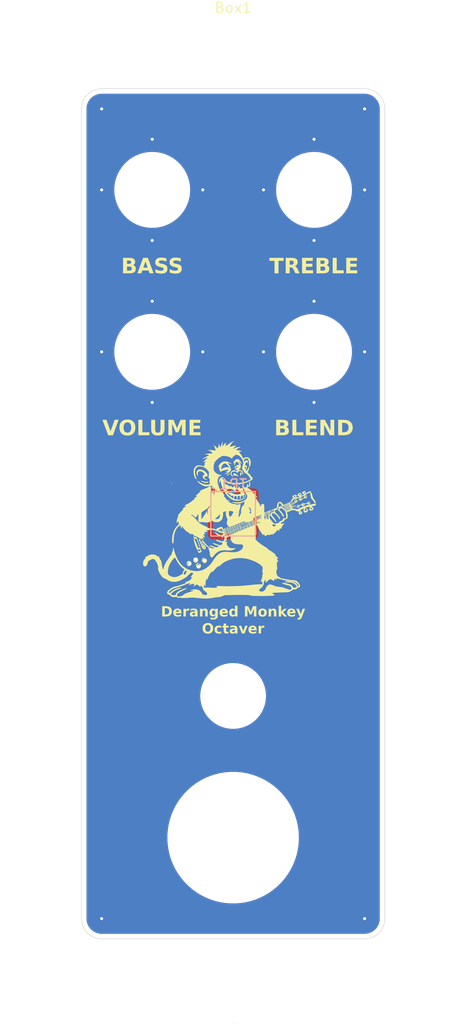
<source format=kicad_pcb>
(kicad_pcb (version 20240108) (generator "pcbnew") (generator_version "8.0")
  (layers (0 "F.Cu" signal) (31 "B.Cu" signal) (34 "B.Paste" user) (35 "F.Paste" user) (36 "B.SilkS" user "B.Silkscreen") (37 "F.SilkS" user "F.Silkscreen") (38 "B.Mask" user) (39 "F.Mask" user) (44 "Edge.Cuts" user))
  (net 0 "")
  (net 1 "GND")
  (footprint "Mylib:Hole_7mm" (layer "F.Cu") (at 92 68)
    (property "Reference" "H1" (hide yes))
    (property "Value" "Bass")
    (pad "" np_thru_hole circle (at 0 0) (size 7 7) (drill 7) (layers "*.Cu" "*.Mask" "In1.Cu" "In2.Cu" "In3.Cu" "In4.Cu" "In5.Cu" "In6.Cu" "In7.Cu" "In8.Cu" "In9.Cu" "In10.Cu" "In11.Cu" "In12.Cu" "In13.Cu" "In14.Cu" "In15.Cu" "In16.Cu" "In17.Cu" "In18.Cu" "In19.Cu" "In20.Cu" "In21.Cu" "In22.Cu" "In23.Cu" "In24.Cu" "In25.Cu" "In26.Cu" "In27.Cu" "In28.Cu" "In29.Cu" "In30.Cu"))
  )
  (footprint "Mylib:Hole_7mm" (layer "F.Cu") (at 92 84)
    (property "Reference" "H3" (hide yes))
    (property "Value" "Volume")
    (pad "" np_thru_hole circle (at 0 0) (size 7 7) (drill 7) (layers "*.Cu" "*.Mask" "In1.Cu" "In2.Cu" "In3.Cu" "In4.Cu" "In5.Cu" "In6.Cu" "In7.Cu" "In8.Cu" "In9.Cu" "In10.Cu" "In11.Cu" "In12.Cu" "In13.Cu" "In14.Cu" "In15.Cu" "In16.Cu" "In17.Cu" "In18.Cu" "In19.Cu" "In20.Cu" "In21.Cu" "In22.Cu" "In23.Cu" "In24.Cu" "In25.Cu" "In26.Cu" "In27.Cu" "In28.Cu" "In29.Cu" "In30.Cu"))
  )
  (footprint "Mylib:Hole_7mm" (layer "F.Cu") (at 108 84)
    (property "Reference" "H4" (hide yes))
    (property "Value" "Blend")
    (pad "" np_thru_hole circle (at 0 0) (size 7 7) (drill 7) (layers "*.Cu" "*.Mask" "In1.Cu" "In2.Cu" "In3.Cu" "In4.Cu" "In5.Cu" "In6.Cu" "In7.Cu" "In8.Cu" "In9.Cu" "In10.Cu" "In11.Cu" "In12.Cu" "In13.Cu" "In14.Cu" "In15.Cu" "In16.Cu" "In17.Cu" "In18.Cu" "In19.Cu" "In20.Cu" "In21.Cu" "In22.Cu" "In23.Cu" "In24.Cu" "In25.Cu" "In26.Cu" "In27.Cu" "In28.Cu" "In29.Cu" "In30.Cu"))
  )
  (footprint "Mylib:Hole_7mm" (layer "F.Cu") (at 108 68)
    (property "Reference" "H2" (hide yes))
    (property "Value" "Treble")
    (pad "" np_thru_hole circle (at 0 0) (size 7 7) (drill 7) (layers "*.Cu" "*.Mask" "In1.Cu" "In2.Cu" "In3.Cu" "In4.Cu" "In5.Cu" "In6.Cu" "In7.Cu" "In8.Cu" "In9.Cu" "In10.Cu" "In11.Cu" "In12.Cu" "In13.Cu" "In14.Cu" "In15.Cu" "In16.Cu" "In17.Cu" "In18.Cu" "In19.Cu" "In20.Cu" "In21.Cu" "In22.Cu" "In23.Cu" "In24.Cu" "In25.Cu" "In26.Cu" "In27.Cu" "In28.Cu" "In29.Cu" "In30.Cu"))
  )
  (footprint "Mylib:Hole_12.5mm" (layer "F.Cu") (at 100 132)
    (property "Reference" "H6" (hide yes))
    (property "Value" "Stomp")
    (pad "" np_thru_hole circle (at 0 0) (size 12.5 12.5) (drill 12.5) (layers "*.Cu" "*.Mask" "In1.Cu" "In2.Cu" "In3.Cu" "In4.Cu" "In5.Cu" "In6.Cu" "In7.Cu" "In8.Cu" "In9.Cu" "In10.Cu" "In11.Cu" "In12.Cu" "In13.Cu" "In14.Cu" "In15.Cu" "In16.Cu" "In17.Cu" "In18.Cu" "In19.Cu" "In20.Cu" "In21.Cu" "In22.Cu" "In23.Cu" "In24.Cu" "In25.Cu" "In26.Cu" "In27.Cu" "In28.Cu" "In29.Cu" "In30.Cu"))
  )
  (footprint "Mylib:1590A" (layer "F.Cu") (at 100 100)
    (property "Reference" "Box1" (at 0 -50 0) (layer "F.SilkS") (effects (font (thickness 0.1))))
    (property "Value" "~")
  )
  (footprint "Mylib:Hole_6mm" (layer "F.Cu") (at 100 118)
    (property "Reference" "H5" (hide yes))
    (property "Value" "LED")
    (pad "" np_thru_hole circle (at 0 0) (size 6 6) (drill 6) (layers "*.Cu" "*.Mask" "In1.Cu" "In2.Cu" "In3.Cu" "In4.Cu" "In5.Cu" "In6.Cu" "In7.Cu" "In8.Cu" "In9.Cu" "In10.Cu" "In11.Cu" "In12.Cu" "In13.Cu" "In14.Cu" "In15.Cu" "In16.Cu" "In17.Cu" "In18.Cu" "In19.Cu" "In20.Cu" "In21.Cu" "In22.Cu" "In23.Cu" "In24.Cu" "In25.Cu" "In26.Cu" "In27.Cu" "In28.Cu" "In29.Cu" "In30.Cu"))
  )
  (footprint "Mylib:DerangedMonkey" (layer "F.Cu") (at 100 100)
    (property "Reference" "LOGO1" (at 0 0 0) (layer "F.SilkS") (effects (font (size 1.5 1.5) (thickness 0.3))))
    (property "Value" "DerangedMonkey" (hide yes))
  )
  (footprint "TestPoint:TestPoint_Pad_4.0x4.0mm" (layer "B.Cu") (at 100 100 180)
    (property "Reference" "TP1" (at 0 2.898 0) (layer "B.SilkS") (effects (justify mirror)))
    (property "Value" "TestPoint_Small")
    (pad "1" smd rect (at 0 0 180) (size 4 4) (layers "B.Cu" "B.Mask") (net 1 "GND"))
  )
  (gr_line (start 85 60) (end 85 140) (stroke (width 0.05)) (layer "Edge.Cuts"))
  (gr_arc (start 113 58) (mid 114.414214 58.585786) (end 115 60) (stroke (width 0.05)) (layer "Edge.Cuts"))
  (gr_line (start 87 142) (end 113 142) (stroke (width 0.05)) (layer "Edge.Cuts"))
  (gr_arc (start 115 140) (mid 114.414214 141.414214) (end 113 142) (stroke (width 0.05)) (layer "Edge.Cuts"))
  (gr_line (start 87 58) (end 113 58) (stroke (width 0.05)) (layer "Edge.Cuts"))
  (gr_arc (start 87 142) (mid 85.585786 141.414214) (end 85 140) (stroke (width 0.05)) (layer "Edge.Cuts"))
  (gr_arc (start 85 60) (mid 85.585786 58.585786) (end 87 58) (stroke (width 0.05)) (layer "Edge.Cuts"))
  (gr_line (start 115 60) (end 115 140) (stroke (width 0.05)) (layer "Edge.Cuts"))
  (gr_text "TREBLE" (at 108 76.5 0) (layer "F.SilkS") (effects (font (size 1.5 1.5) (thickness 0.3) (bold yes)) (justify bottom)))
  (gr_text "VOLUME" (at 92 92.5 0) (layer "F.SilkS") (effects (font (size 1.5 1.5) (thickness 0.3) (bold yes)) (justify bottom)))
  (gr_text "BASS" (at 92 76.5 0) (layer "F.SilkS") (effects (font (size 1.5 1.5) (thickness 0.3) (bold yes)) (justify bottom)))
  (gr_text "BLEND" (at 108 92.5 0) (layer "F.SilkS") (effects (font (size 1.5 1.5) (thickness 0.3) (bold yes)) (justify bottom)))
  (gr_text "Deranged Monkey\nOctaver" (at 100 112 0) (layer "F.SilkS") (effects (font (size 1 1) (thickness 0.1)) (justify bottom)))
  (via (at 87 60) (size 0.6) (drill 0.3) (layers "F.Cu" "B.Cu") (net 1))
  (via (at 92 89) (size 0.6) (drill 0.3) (layers "F.Cu" "B.Cu") (net 1))
  (via (at 95.7 104.9) (size 0.6) (drill 0.3) (layers "F.Cu" "B.Cu") (net 1))
  (via (at 113 84) (size 0.6) (drill 0.3) (layers "F.Cu" "B.Cu") (net 1))
  (via (at 108 63) (size 0.6) (drill 0.3) (layers "F.Cu" "B.Cu") (net 1))
  (via (at 103 68) (size 0.6) (drill 0.3) (layers "F.Cu" "B.Cu") (net 1))
  (via (at 113 140) (size 0.6) (drill 0.3) (layers "F.Cu" "B.Cu") (net 1))
  (via (at 97.2 104.6) (size 0.6) (drill 0.3) (layers "F.Cu" "B.Cu") (net 1))
  (via (at 108 89) (size 0.6) (drill 0.3) (layers "F.Cu" "B.Cu") (net 1))
  (via (at 92 63) (size 0.6) (drill 0.3) (layers "F.Cu" "B.Cu") (net 1))
  (via (at 87 68) (size 0.6) (drill 0.3) (layers "F.Cu" "B.Cu") (net 1))
  (via (at 87 84) (size 0.6) (drill 0.3) (layers "F.Cu" "B.Cu") (net 1))
  (via (at 97 84) (size 0.6) (drill 0.3) (layers "F.Cu" "B.Cu") (net 1))
  (via (at 96.6 105.2) (size 0.6) (drill 0.3) (layers "F.Cu" "B.Cu") (net 1))
  (via (at 92 79) (size 0.6) (drill 0.3) (layers "F.Cu" "B.Cu") (net 1))
  (via (at 103 84) (size 0.6) (drill 0.3) (layers "F.Cu" "B.Cu") (net 1))
  (via (at 113 68) (size 0.6) (drill 0.3) (layers "F.Cu" "B.Cu") (net 1))
  (via (at 113 60) (size 0.6) (drill 0.3) (layers "F.Cu" "B.Cu") (net 1))
  (via (at 87 140) (size 0.6) (drill 0.3) (layers "F.Cu" "B.Cu") (net 1))
  (via (at 108 73) (size 0.6) (drill 0.3) (layers "F.Cu" "B.Cu") (net 1))
  (via (at 108 79) (size 0.6) (drill 0.3) (layers "F.Cu" "B.Cu") (net 1))
  (via (at 97 68) (size 0.6) (drill 0.3) (layers "F.Cu" "B.Cu") (net 1))
  (via (at 92 73) (size 0.6) (drill 0.3) (layers "F.Cu" "B.Cu") (net 1))
  (via (at 96.3 104.5) (size 0.6) (drill 0.3) (layers "F.Cu" "B.Cu") (net 1))
  (zone (net 1) (net_name "GND") (layers "F.Cu" "B.Cu") (connect_pads (clearance 0.5)) (min_thickness 0.25) (fill yes (thermal_gap 0.5) (thermal_bridge_width 0.5) (smoothing chamfer) (radius 0.5) (island_removal_mode 1) (island_area_min 10))
    (polygon (pts (xy 85 58) (xy 115 58) (xy 115 142) (xy 85 142)))
  )
)
</source>
